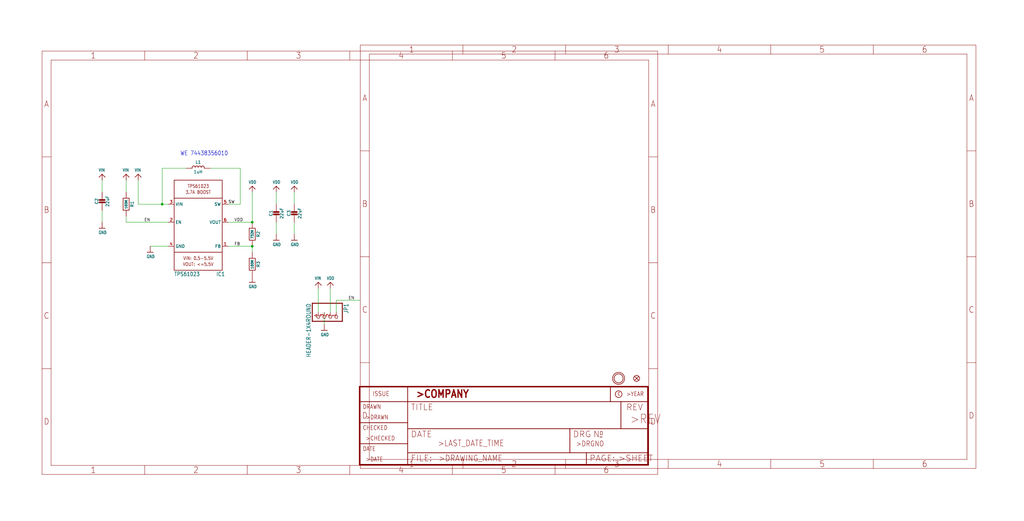
<source format=kicad_sch>
(kicad_sch (version 20211123) (generator eeschema)
  (paper "User" 433.07 220.421)
  (lib_symbols
    (symbol "schematicEagle-eagle-import:CAP_CERAMIC0805-NOOUTLINE"
      (property "Reference" "C" (at -2.29 1.25 90))
      (property "Value" "CAP_CERAMIC0805-NOOUTLINE" (at 2.3 1.25 90))
      (symbol "CAP_CERAMIC0805-NOOUTLINE_1_0"
        (rectangle (start -1.27 0.508) (end 1.27 1.016) (fill (type outline)))
        (rectangle (start -1.27 1.524) (end 1.27 2.032) (fill (type outline)))
        (polyline (pts (xy 0 0.762) (xy 0 0)) (stroke (width 0.1524)))
        (polyline (pts (xy 0 2.54) (xy 0 1.778)) (stroke (width 0.1524)))
        (pin passive line (at 0 5.08 270) (length 2.54) (name "1") (number "1"))
        (pin passive line (at 0 -2.54 90) (length 2.54) (name "2") (number "2"))
      )
    )
    (symbol "schematicEagle-eagle-import:FIDUCIAL_1MM"
      (symbol "FIDUCIAL_1MM_1_0"
        (polyline (pts (xy -0.762 0.762) (xy 0.762 -0.762)) (stroke (width 0.254)))
        (polyline (pts (xy 0.762 0.762) (xy -0.762 -0.762)) (stroke (width 0.254)))
        (circle (center 0 0) (radius 1.27) (stroke (width 0.254)))
      )
    )
    (symbol "schematicEagle-eagle-import:FRAME_A4"
      (symbol "FRAME_A4_0_0"
        (polyline (pts (xy 0 44.7675) (xy 3.81 44.7675)))
        (polyline (pts (xy 0 89.535) (xy 3.81 89.535)))
        (polyline (pts (xy 0 134.3025) (xy 3.81 134.3025)))
        (polyline (pts (xy 3.81 3.81) (xy 3.81 175.26)))
        (polyline (pts (xy 43.3917 0) (xy 43.3917 3.81)))
        (polyline (pts (xy 43.3917 175.26) (xy 43.3917 179.07)))
        (polyline (pts (xy 86.7833 0) (xy 86.7833 3.81)))
        (polyline (pts (xy 86.7833 175.26) (xy 86.7833 179.07)))
        (polyline (pts (xy 130.175 0) (xy 130.175 3.81)))
        (polyline (pts (xy 130.175 175.26) (xy 130.175 179.07)))
        (polyline (pts (xy 173.5667 0) (xy 173.5667 3.81)))
        (polyline (pts (xy 173.5667 175.26) (xy 173.5667 179.07)))
        (polyline (pts (xy 216.9583 0) (xy 216.9583 3.81)))
        (polyline (pts (xy 216.9583 175.26) (xy 216.9583 179.07)))
        (polyline (pts (xy 256.54 3.81) (xy 3.81 3.81)))
        (polyline (pts (xy 256.54 3.81) (xy 256.54 175.26)))
        (polyline (pts (xy 256.54 44.7675) (xy 260.35 44.7675)))
        (polyline (pts (xy 256.54 89.535) (xy 260.35 89.535)))
        (polyline (pts (xy 256.54 134.3025) (xy 260.35 134.3025)))
        (polyline (pts (xy 256.54 175.26) (xy 3.81 175.26)))
        (polyline (pts (xy 0 0) (xy 260.35 0) (xy 260.35 179.07) (xy 0 179.07) (xy 0 0)))
        (text "1" (at 21.6958 1.905 0) (effects (font (size 2.54 2.286))))
        (text "1" (at 21.6958 177.165 0) (effects (font (size 2.54 2.286))))
        (text "2" (at 65.0875 1.905 0) (effects (font (size 2.54 2.286))))
        (text "2" (at 65.0875 177.165 0) (effects (font (size 2.54 2.286))))
        (text "3" (at 108.4792 1.905 0) (effects (font (size 2.54 2.286))))
        (text "3" (at 108.4792 177.165 0) (effects (font (size 2.54 2.286))))
        (text "4" (at 151.8708 1.905 0) (effects (font (size 2.54 2.286))))
        (text "4" (at 151.8708 177.165 0) (effects (font (size 2.54 2.286))))
        (text "5" (at 195.2625 1.905 0) (effects (font (size 2.54 2.286))))
        (text "5" (at 195.2625 177.165 0) (effects (font (size 2.54 2.286))))
        (text "6" (at 238.6542 1.905 0) (effects (font (size 2.54 2.286))))
        (text "6" (at 238.6542 177.165 0) (effects (font (size 2.54 2.286))))
        (text "A" (at 1.905 156.6863 0) (effects (font (size 2.54 2.286))))
        (text "A" (at 258.445 156.6863 0) (effects (font (size 2.54 2.286))))
        (text "B" (at 1.905 111.9188 0) (effects (font (size 2.54 2.286))))
        (text "B" (at 258.445 111.9188 0) (effects (font (size 2.54 2.286))))
        (text "C" (at 1.905 67.1513 0) (effects (font (size 2.54 2.286))))
        (text "C" (at 258.445 67.1513 0) (effects (font (size 2.54 2.286))))
        (text "D" (at 1.905 22.3838 0) (effects (font (size 2.54 2.286))))
        (text "D" (at 258.445 22.3838 0) (effects (font (size 2.54 2.286))))
      )
      (symbol "FRAME_A4_1_0"
        (polyline (pts (xy 256.54 3.81) (xy 256.54 8.89)) (stroke (width 0.1016)))
        (polyline (pts (xy 256.54 8.89) (xy 256.54 13.97)) (stroke (width 0.1016)))
        (polyline (pts (xy 256.54 13.97) (xy 256.54 19.05)) (stroke (width 0.1016)))
        (polyline (pts (xy 256.54 19.05) (xy 256.54 36.83)) (stroke (width 0.1016)))
      )
      (symbol "FRAME_A4_2_0"
        (polyline (pts (xy -0.3048 1.5748) (xy 20.0152 1.5748)) (stroke (width 0.6096)))
        (polyline (pts (xy -0.3048 10.4648) (xy -0.3048 1.5748)) (stroke (width 0.6096)))
        (polyline (pts (xy -0.3048 10.4648) (xy 20.0152 10.4648)) (stroke (width 0.3048)))
        (polyline (pts (xy -0.3048 19.3548) (xy -0.3048 10.4648)) (stroke (width 0.6096)))
        (polyline (pts (xy -0.3048 19.3548) (xy 20.0152 19.3548)) (stroke (width 0.3048)))
        (polyline (pts (xy -0.3048 28.2448) (xy -0.3048 19.3548)) (stroke (width 0.6096)))
        (polyline (pts (xy -0.3048 28.2448) (xy 20.0152 28.2448)) (stroke (width 0.3048)))
        (polyline (pts (xy -0.3048 34.5948) (xy -0.3048 28.2448)) (stroke (width 0.6096)))
        (polyline (pts (xy 20.0152 1.5748) (xy 20.0152 6.6548)) (stroke (width 0.3048)))
        (polyline (pts (xy 20.0152 1.5748) (xy 95.5802 1.5748)) (stroke (width 0.6096)))
        (polyline (pts (xy 20.0152 6.6548) (xy 20.0152 10.4648)) (stroke (width 0.3048)))
        (polyline (pts (xy 20.0152 6.6548) (xy 88.5952 6.6548)) (stroke (width 0.3048)))
        (polyline (pts (xy 20.0152 10.4648) (xy 20.0152 16.8148)) (stroke (width 0.3048)))
        (polyline (pts (xy 20.0152 16.8148) (xy 20.0152 19.3548)) (stroke (width 0.3048)))
        (polyline (pts (xy 20.0152 19.3548) (xy 20.0152 28.2448)) (stroke (width 0.3048)))
        (polyline (pts (xy 20.0152 28.2448) (xy 20.0152 34.5948)) (stroke (width 0.3048)))
        (polyline (pts (xy 20.0152 28.2448) (xy 105.7402 28.2448)) (stroke (width 0.3048)))
        (polyline (pts (xy 20.0152 34.5948) (xy -0.3048 34.5948)) (stroke (width 0.6096)))
        (polyline (pts (xy 88.5952 6.6548) (xy 95.5802 6.6548)) (stroke (width 0.3048)))
        (polyline (pts (xy 88.5952 16.8148) (xy 20.0152 16.8148)) (stroke (width 0.3048)))
        (polyline (pts (xy 88.5952 16.8148) (xy 88.5952 6.6548)) (stroke (width 0.3048)))
        (polyline (pts (xy 95.5802 1.5748) (xy 121.6152 1.5748)) (stroke (width 0.6096)))
        (polyline (pts (xy 95.5802 6.6548) (xy 95.5802 1.5748)) (stroke (width 0.3048)))
        (polyline (pts (xy 95.5802 6.6548) (xy 121.6152 6.6548)) (stroke (width 0.3048)))
        (polyline (pts (xy 101.2952 13.3223) (xy 102.2477 13.3223)) (stroke (width 0.254)))
        (polyline (pts (xy 105.7402 28.2448) (xy 105.7402 34.5948)) (stroke (width 0.3048)))
        (polyline (pts (xy 105.7402 28.2448) (xy 110.1852 28.2448)) (stroke (width 0.3048)))
        (polyline (pts (xy 105.7402 34.5948) (xy 20.0152 34.5948)) (stroke (width 0.6096)))
        (polyline (pts (xy 110.1852 16.8148) (xy 88.5952 16.8148)) (stroke (width 0.3048)))
        (polyline (pts (xy 110.1852 28.2448) (xy 110.1852 16.8148)) (stroke (width 0.3048)))
        (polyline (pts (xy 110.1852 28.2448) (xy 121.6152 28.2448)) (stroke (width 0.3048)))
        (polyline (pts (xy 121.6152 6.6548) (xy 121.6152 1.5748)) (stroke (width 0.6096)))
        (polyline (pts (xy 121.6152 16.8148) (xy 110.1852 16.8148)) (stroke (width 0.3048)))
        (polyline (pts (xy 121.6152 16.8148) (xy 121.6152 6.6548)) (stroke (width 0.6096)))
        (polyline (pts (xy 121.6152 28.2448) (xy 121.6152 16.8148)) (stroke (width 0.6096)))
        (polyline (pts (xy 121.6152 34.5948) (xy 105.7402 34.5948)) (stroke (width 0.6096)))
        (polyline (pts (xy 121.6152 34.5948) (xy 121.6152 28.2448)) (stroke (width 0.6096)))
        (circle (center 109.2327 31.4198) (radius 1.4199) (stroke (width 0.254)))
        (text ">CHECKED" (at 2.2352 11.7348 0) (effects (font (size 1.778 1.5113)) (justify left bottom)))
        (text ">COMPANY" (at 23.349 29.6735 0) (effects (font (size 3.175 2.6987) (thickness 0.5397) bold) (justify left bottom)))
        (text ">DATE" (at 2.2352 2.8448 0) (effects (font (size 1.778 1.5113)) (justify left bottom)))
        (text ">DRAWING_NAME" (at 33.0327 2.8448 0) (effects (font (size 2.54 2.159)) (justify left bottom)))
        (text ">DRAWN" (at 2.2352 20.6248 0) (effects (font (size 1.778 1.5113)) (justify left bottom)))
        (text ">DRGNO" (at 91.1352 9.1948 0) (effects (font (size 2.1844 1.8567)) (justify left bottom)))
        (text ">LAST_DATE_TIME" (at 32.7152 9.1948 0) (effects (font (size 2.54 2.159)) (justify left bottom)))
        (text ">REV" (at 113.9952 18.7198 0) (effects (font (size 3.81 3.2385)) (justify left bottom)))
        (text ">SHEET" (at 108.9152 2.8448 0) (effects (font (size 2.54 2.54)) (justify left bottom)))
        (text ">YEAR" (at 112.4077 30.4673 0) (effects (font (size 1.778 1.5113)) (justify left bottom)))
        (text "C" (at 108.7564 30.7848 0) (effects (font (size 1.27 1.0795)) (justify left bottom)))
        (text "CHECKED" (at 0.9652 16.1798 0) (effects (font (size 1.778 1.5113)) (justify left bottom)))
        (text "DATE" (at 0.9652 7.2898 0) (effects (font (size 1.778 1.5113)) (justify left bottom)))
        (text "DATE" (at 21.2852 13.0048 0) (effects (font (size 2.54 2.54)) (justify left bottom)))
        (text "DRAWN" (at 0.9652 25.0698 0) (effects (font (size 1.778 1.5113)) (justify left bottom)))
        (text "DRG" (at 89.8652 13.0048 0) (effects (font (size 2.54 2.54)) (justify left bottom)))
        (text "FILE:" (at 21.2852 2.8448 0) (effects (font (size 2.54 2.54)) (justify left bottom)))
        (text "ISSUE" (at 5.0927 30.4673 0) (effects (font (size 1.9304 1.6408)) (justify left bottom)))
        (text "N" (at 98.4377 13.0048 0) (effects (font (size 2.54 2.54)) (justify left bottom)))
        (text "o" (at 100.9777 13.9573 0) (effects (font (size 2.1844 1.8567)) (justify left bottom)))
        (text "PAGE:" (at 96.8502 2.8448 0) (effects (font (size 2.54 2.54)) (justify left bottom)))
        (text "REV" (at 112.4077 24.4348 0) (effects (font (size 2.54 2.54)) (justify left bottom)))
        (text "TITLE" (at 21.2852 24.4348 0) (effects (font (size 2.54 2.54)) (justify left bottom)))
      )
    )
    (symbol "schematicEagle-eagle-import:GND" (power)
      (property "Value" "GND" (at -1.524 -2.54 0))
      (symbol "GND_1_0"
        (polyline (pts (xy -1.27 0) (xy 1.27 0)) (stroke (width 0.254)))
        (pin power_in line (at 0 2.54 270) (length 2.54) (name "GND") (number "1"))
      )
    )
    (symbol "schematicEagle-eagle-import:HEADER-1X4ROUND"
      (property "Reference" "JP" (at -6.35 8.255 0))
      (property "Value" "HEADER-1X4ROUND" (at -6.35 -7.62 0))
      (symbol "HEADER-1X4ROUND_1_0"
        (polyline (pts (xy -6.35 -5.08) (xy 1.27 -5.08)) (stroke (width 0.4064)))
        (polyline (pts (xy -6.35 7.62) (xy -6.35 -5.08)) (stroke (width 0.4064)))
        (polyline (pts (xy 1.27 -5.08) (xy 1.27 7.62)) (stroke (width 0.4064)))
        (polyline (pts (xy 1.27 7.62) (xy -6.35 7.62)) (stroke (width 0.4064)))
        (pin passive inverted (at -2.54 5.08 0) (length 2.54) (name "1") (number "1"))
        (pin passive inverted (at -2.54 2.54 0) (length 2.54) (name "2") (number "2"))
        (pin passive inverted (at -2.54 0 0) (length 2.54) (name "3") (number "3"))
        (pin passive inverted (at -2.54 -2.54 0) (length 2.54) (name "4") (number "4"))
      )
    )
    (symbol "schematicEagle-eagle-import:INDUCTORTDK_VLC5045"
      (property "Reference" "L" (at 0 2.54 0))
      (property "Value" "INDUCTORTDK_VLC5045" (at 0 -1.54 0))
      (symbol "INDUCTORTDK_VLC5045_1_0"
        (arc (start -1.27 0.3175) (mid -1.905 0.9524) (end -2.54 0.3175) (stroke (width 0.254)))
        (polyline (pts (xy -2.54 0.3175) (xy -2.54 0)) (stroke (width 0.254)))
        (polyline (pts (xy 2.54 0.3175) (xy 2.54 0)) (stroke (width 0.254)))
        (arc (start 0 0.3175) (mid -0.635 0.9524) (end -1.27 0.3175) (stroke (width 0.254)))
        (arc (start 1.27 0.3175) (mid 0.635 0.9524) (end 0 0.3175) (stroke (width 0.254)))
        (arc (start 2.54 0.3175) (mid 1.905 0.9524) (end 1.27 0.3175) (stroke (width 0.254)))
        (pin passive line (at -5.08 0 0) (length 2.54) (name "1") (number "P$1"))
        (pin passive line (at 5.08 0 180) (length 2.54) (name "2") (number "P$2"))
      )
    )
    (symbol "schematicEagle-eagle-import:MOUNTINGHOLE2.5"
      (symbol "MOUNTINGHOLE2.5_1_0"
        (circle (center 0 0) (radius 1.905) (stroke (width 0.254)))
        (circle (center 0 0) (radius 2.54) (stroke (width 0.254)))
      )
    )
    (symbol "schematicEagle-eagle-import:RESISTOR_0603_NOOUT"
      (property "Reference" "R" (at 0 2.54 0))
      (property "Value" "RESISTOR_0603_NOOUT" (at 0 0 0))
      (symbol "RESISTOR_0603_NOOUT_1_0"
        (polyline (pts (xy -2.54 -1.27) (xy -2.54 1.27)) (stroke (width 0.254)))
        (polyline (pts (xy -2.54 1.27) (xy 2.54 1.27)) (stroke (width 0.254)))
        (polyline (pts (xy 2.54 -1.27) (xy -2.54 -1.27)) (stroke (width 0.254)))
        (polyline (pts (xy 2.54 1.27) (xy 2.54 -1.27)) (stroke (width 0.254)))
        (pin passive line (at -5.08 0 0) (length 2.54) (name "1") (number "1"))
        (pin passive line (at 5.08 0 180) (length 2.54) (name "2") (number "2"))
      )
    )
    (symbol "schematicEagle-eagle-import:TPS61023"
      (property "Reference" "IC" (at -10.16 22.86 0))
      (property "Value" "TPS61023" (at -10.16 -20.32 0))
      (symbol "TPS61023_1_0"
        (polyline (pts (xy -10.16 -17.78) (xy 10.16 -17.78)) (stroke (width 0.254)))
        (polyline (pts (xy -10.16 -10.16) (xy -10.16 -17.78)) (stroke (width 0.254)))
        (polyline (pts (xy -10.16 -10.16) (xy -10.16 12.7)) (stroke (width 0.254)))
        (polyline (pts (xy -10.16 12.7) (xy -10.16 20.32)) (stroke (width 0.254)))
        (polyline (pts (xy -10.16 12.7) (xy 10.16 12.7)) (stroke (width 0.254)))
        (polyline (pts (xy -10.16 20.32) (xy 10.16 20.32)) (stroke (width 0.254)))
        (polyline (pts (xy 10.16 -17.78) (xy 10.16 -10.16)) (stroke (width 0.254)))
        (polyline (pts (xy 10.16 -10.16) (xy -10.16 -10.16)) (stroke (width 0.254)))
        (polyline (pts (xy 10.16 12.7) (xy 10.16 -10.16)) (stroke (width 0.254)))
        (polyline (pts (xy 10.16 20.32) (xy 10.16 12.7)) (stroke (width 0.254)))
        (text "3.7A BOOST" (at 0 15.24 0) (effects (font (size 1.4224 1.209))))
        (text "TPS61023" (at 0 17.78 0) (effects (font (size 1.4224 1.209))))
        (text "VIN: 0.5-5.5V" (at 0 -12.7 0) (effects (font (size 1.4224 1.209))))
        (text "VOUT: <=5.5V" (at 0 -15.24 0) (effects (font (size 1.4224 1.209))))
        (pin input line (at 12.7 -7.62 180) (length 2.54) (name "FB") (number "1"))
        (pin input line (at -12.7 2.54 0) (length 2.54) (name "EN") (number "2"))
        (pin power_in line (at -12.7 10.16 0) (length 2.54) (name "VIN") (number "3"))
        (pin power_in line (at -12.7 -7.62 0) (length 2.54) (name "GND") (number "4"))
        (pin input line (at 12.7 10.16 180) (length 2.54) (name "SW") (number "5"))
        (pin power_in line (at 12.7 2.54 180) (length 2.54) (name "VOUT") (number "6"))
      )
    )
    (symbol "schematicEagle-eagle-import:VDD" (power)
      (property "Value" "VDD" (at -1.524 1.016 0))
      (symbol "VDD_1_0"
        (polyline (pts (xy -1.27 -1.27) (xy 0 0)) (stroke (width 0.254)))
        (polyline (pts (xy 0 0) (xy 1.27 -1.27)) (stroke (width 0.254)))
        (pin power_in line (at 0 -2.54 90) (length 2.54) (name "VDD") (number "1"))
      )
    )
    (symbol "schematicEagle-eagle-import:VIN" (power)
      (property "Value" "VIN" (at -1.524 1.016 0))
      (symbol "VIN_1_0"
        (polyline (pts (xy -1.27 -1.27) (xy 0 0)) (stroke (width 0.254)))
        (polyline (pts (xy 0 0) (xy 1.27 -1.27)) (stroke (width 0.254)))
        (pin power_in line (at 0 -2.54 90) (length 2.54) (name "VIN") (number "1"))
      )
    )
  )
  (junction (at 106.68 104.14))
  (junction (at 68.58 86.36))
  (junction (at 106.68 93.98))
  (wire (pts (xy 142.24 132.08) (xy 142.24 127)))
  (wire (pts (xy 43.18 76.2) (xy 43.18 81.28)))
  (wire (pts (xy 106.68 93.98) (xy 96.52 93.98)))
  (wire (pts (xy 139.7 121.92) (xy 139.7 132.08)))
  (wire (pts (xy 68.58 86.36) (xy 71.12 86.36)))
  (wire (pts (xy 134.62 121.92) (xy 134.62 132.08)))
  (wire (pts (xy 68.58 86.36) (xy 68.58 71.12)))
  (wire (pts (xy 137.16 132.08) (xy 137.16 137.16)))
  (wire (pts (xy 78.74 71.12) (xy 68.58 71.12)))
  (wire (pts (xy 58.42 86.36) (xy 68.58 86.36)))
  (wire (pts (xy 53.34 81.28) (xy 53.34 76.2)))
  (wire (pts (xy 106.68 81.28) (xy 106.68 93.98)))
  (wire (pts (xy 96.52 86.36) (xy 101.6 86.36)))
  (wire (pts (xy 124.46 81.28) (xy 124.46 86.36)))
  (wire (pts (xy 43.18 88.9) (xy 43.18 93.98)))
  (wire (pts (xy 71.12 93.98) (xy 53.34 93.98)))
  (wire (pts (xy 101.6 86.36) (xy 101.6 71.12)))
  (wire (pts (xy 58.42 76.2) (xy 58.42 86.36)))
  (wire (pts (xy 152.4 127) (xy 142.24 127)))
  (wire (pts (xy 106.68 104.14) (xy 106.68 106.68)))
  (wire (pts (xy 53.34 93.98) (xy 53.34 91.44)))
  (wire (pts (xy 116.84 93.98) (xy 116.84 99.06)))
  (wire (pts (xy 101.6 71.12) (xy 88.9 71.12)))
  (wire (pts (xy 124.46 93.98) (xy 124.46 99.06)))
  (wire (pts (xy 96.52 104.14) (xy 106.68 104.14)))
  (wire (pts (xy 116.84 81.28) (xy 116.84 86.36)))
  (wire (pts (xy 71.12 104.14) (xy 63.5 104.14)))
  (text "WE 74438356010" (at 76.2 66.04 180) (effects (font (size 1.778 1.5113)) (justify left bottom)))
  (label "EN" (at 60.96 93.98 0) (effects (font (size 1.2446 1.2446))))
  (label "VDD" (at 99.06 93.98 0) (effects (font (size 1.2446 1.2446))))
  (label "SW" (at 96.52 86.36 0) (effects (font (size 1.2446 1.2446))))
  (label "FB" (at 99.06 104.14 0) (effects (font (size 1.2446 1.2446))))
  (label "EN" (at 147.32 127 0) (effects (font (size 1.2446 1.2446))))
  (symbol (lib_id "schematicEagle-eagle-import:MOUNTINGHOLE2.5") (at 261.62 160.02 0) (unit 1)
    (property "Reference" "U$9" (effects hide))
    (property "Value" "MOUNTINGHOLE2.5" (effects hide))
    (property "Footprint" "schematicEagle:MOUNTINGHOLE_2.5_PLATED" (effects hide))
  )
  (symbol (lib_id "schematicEagle-eagle-import:FRAME_A4") (at 152.4 198.12 0) (unit 2)
    (property "Reference" "#FRAME1" (effects hide))
    (property "Value" "FRAME_A4" (effects hide))
    (property "Footprint" "schematicEagle:" (effects hide))
  )
  (symbol (lib_id "schematicEagle-eagle-import:INDUCTORTDK_VLC5045") (at 83.82 71.12 0) (unit 1)
    (property "Reference" "L1" (at 83.82 68.58 0))
    (property "Value" "1uH" (at 83.82 72.66 0))
    (property "Footprint" "schematicEagle:INDUCTOR_5X5MM_TDK_VLC5045" (effects hide))
  )
  (symbol (lib_id "schematicEagle-eagle-import:CAP_CERAMIC0805-NOOUTLINE") (at 124.46 91.44 0) (unit 1)
    (property "Reference" "C3" (at 122.17 90.19 90))
    (property "Value" "22uF" (at 126.76 90.19 90))
    (property "Footprint" "schematicEagle:0805-NO" (effects hide))
  )
  (symbol (lib_id "schematicEagle-eagle-import:VIN") (at 134.62 119.38 0) (unit 1)
    (property "Reference" "#U$6" (effects hide))
    (property "Value" "VIN" (at 133.096 118.364 0) (effects (font (size 1.27 1.0795)) (justify left bottom)))
    (property "Footprint" "schematicEagle:" (effects hide))
  )
  (symbol (lib_id "schematicEagle-eagle-import:VIN") (at 58.42 73.66 0) (unit 1)
    (property "Reference" "#U$14" (effects hide))
    (property "Value" "VIN" (at 56.896 72.644 0) (effects (font (size 1.27 1.0795)) (justify left bottom)))
    (property "Footprint" "schematicEagle:" (effects hide))
  )
  (symbol (lib_id "schematicEagle-eagle-import:GND") (at 137.16 139.7 0) (unit 1)
    (property "Reference" "#U$8" (effects hide))
    (property "Value" "GND" (at 135.636 142.24 0) (effects (font (size 1.27 1.0795)) (justify left bottom)))
    (property "Footprint" "schematicEagle:" (effects hide))
  )
  (symbol (lib_id "schematicEagle-eagle-import:FRAME_A4") (at 17.78 200.66 0) (unit 1)
    (property "Reference" "#FRAME1" (effects hide))
    (property "Value" "FRAME_A4" (effects hide))
    (property "Footprint" "schematicEagle:" (effects hide))
  )
  (symbol (lib_id "schematicEagle-eagle-import:VIN") (at 53.34 73.66 0) (unit 1)
    (property "Reference" "#U$12" (effects hide))
    (property "Value" "VIN" (at 51.816 72.644 0) (effects (font (size 1.27 1.0795)) (justify left bottom)))
    (property "Footprint" "schematicEagle:" (effects hide))
  )
  (symbol (lib_id "schematicEagle-eagle-import:GND") (at 124.46 101.6 0) (unit 1)
    (property "Reference" "#U$17" (effects hide))
    (property "Value" "GND" (at 122.936 104.14 0) (effects (font (size 1.27 1.0795)) (justify left bottom)))
    (property "Footprint" "schematicEagle:" (effects hide))
  )
  (symbol (lib_id "schematicEagle-eagle-import:VDD") (at 124.46 78.74 0) (unit 1)
    (property "Reference" "#U$16" (effects hide))
    (property "Value" "VDD" (at 122.936 77.724 0) (effects (font (size 1.27 1.0795)) (justify left bottom)))
    (property "Footprint" "schematicEagle:" (effects hide))
  )
  (symbol (lib_id "schematicEagle-eagle-import:GND") (at 63.5 106.68 0) (unit 1)
    (property "Reference" "#U$13" (effects hide))
    (property "Value" "GND" (at 61.976 109.22 0) (effects (font (size 1.27 1.0795)) (justify left bottom)))
    (property "Footprint" "schematicEagle:" (effects hide))
  )
  (symbol (lib_id "schematicEagle-eagle-import:CAP_CERAMIC0805-NOOUTLINE") (at 116.84 91.44 0) (unit 1)
    (property "Reference" "C1" (at 114.55 90.19 90))
    (property "Value" "22uF" (at 119.14 90.19 90))
    (property "Footprint" "schematicEagle:0805-NO" (effects hide))
  )
  (symbol (lib_id "schematicEagle-eagle-import:HEADER-1X4ROUND") (at 137.16 134.62 270) (unit 1)
    (property "Reference" "JP1" (at 145.415 128.27 0) (effects (font (size 1.778 1.5113)) (justify left bottom)))
    (property "Value" "HEADER-1X4ROUND" (at 129.54 128.27 0) (effects (font (size 1.778 1.5113)) (justify left bottom)))
    (property "Footprint" "schematicEagle:1X04_ROUND" (effects hide))
  )
  (symbol (lib_id "schematicEagle-eagle-import:GND") (at 43.18 96.52 0) (unit 1)
    (property "Reference" "#U$3" (effects hide))
    (property "Value" "GND" (at 41.656 99.06 0) (effects (font (size 1.27 1.0795)) (justify left bottom)))
    (property "Footprint" "schematicEagle:" (effects hide))
  )
  (symbol (lib_id "schematicEagle-eagle-import:GND") (at 106.68 119.38 0) (unit 1)
    (property "Reference" "#U$5" (effects hide))
    (property "Value" "GND" (at 105.156 121.92 0) (effects (font (size 1.27 1.0795)) (justify left bottom)))
    (property "Footprint" "schematicEagle:" (effects hide))
  )
  (symbol (lib_id "schematicEagle-eagle-import:RESISTOR_0603_NOOUT") (at 106.68 99.06 270) (unit 1)
    (property "Reference" "R2" (at 109.22 99.06 0))
    (property "Value" "732K" (at 106.68 99.06 0) (effects (font (size 1.016 1.016) bold)))
    (property "Footprint" "schematicEagle:0603-NO" (effects hide))
  )
  (symbol (lib_id "schematicEagle-eagle-import:TPS61023") (at 83.82 96.52 0) (unit 1)
    (property "Reference" "IC1" (at 91.44 116.84 0) (effects (font (size 1.6764 1.4249)) (justify left bottom)))
    (property "Value" "TPS61023" (at 73.66 116.84 0) (effects (font (size 1.6764 1.4249)) (justify left bottom)))
    (property "Footprint" "schematicEagle:SOT563" (effects hide))
  )
  (symbol (lib_id "schematicEagle-eagle-import:RESISTOR_0603_NOOUT") (at 53.34 86.36 270) (unit 1)
    (property "Reference" "R1" (at 55.88 86.36 0))
    (property "Value" "100K" (at 53.34 86.36 0) (effects (font (size 1.016 1.016) bold)))
    (property "Footprint" "schematicEagle:0603-NO" (effects hide))
  )
  (symbol (lib_id "schematicEagle-eagle-import:VDD") (at 116.84 78.74 0) (unit 1)
    (property "Reference" "#U$2" (effects hide))
    (property "Value" "VDD" (at 115.316 77.724 0) (effects (font (size 1.27 1.0795)) (justify left bottom)))
    (property "Footprint" "schematicEagle:" (effects hide))
  )
  (symbol (lib_id "schematicEagle-eagle-import:RESISTOR_0603_NOOUT") (at 106.68 111.76 270) (unit 1)
    (property "Reference" "R3" (at 109.22 111.76 0))
    (property "Value" "100K" (at 106.68 111.76 0) (effects (font (size 1.016 1.016) bold)))
    (property "Footprint" "schematicEagle:0603-NO" (effects hide))
  )
  (symbol (lib_id "schematicEagle-eagle-import:VIN") (at 43.18 73.66 0) (unit 1)
    (property "Reference" "#U$4" (effects hide))
    (property "Value" "VIN" (at 41.656 72.644 0) (effects (font (size 1.27 1.0795)) (justify left bottom)))
    (property "Footprint" "schematicEagle:" (effects hide))
  )
  (symbol (lib_id "schematicEagle-eagle-import:FIDUCIAL_1MM") (at 269.24 160.02 0) (unit 1)
    (property "Reference" "FID1" (effects hide))
    (property "Value" "FIDUCIAL_1MM" (effects hide))
    (property "Footprint" "schematicEagle:FIDUCIAL_1MM" (effects hide))
  )
  (symbol (lib_id "schematicEagle-eagle-import:VDD") (at 139.7 119.38 0) (unit 1)
    (property "Reference" "#U$7" (effects hide))
    (property "Value" "VDD" (at 138.176 118.364 0) (effects (font (size 1.27 1.0795)) (justify left bottom)))
    (property "Footprint" "schematicEagle:" (effects hide))
  )
  (symbol (lib_id "schematicEagle-eagle-import:CAP_CERAMIC0805-NOOUTLINE") (at 43.18 86.36 0) (unit 1)
    (property "Reference" "C2" (at 40.89 85.11 90))
    (property "Value" "22uF" (at 45.48 85.11 90))
    (property "Footprint" "schematicEagle:0805-NO" (effects hide))
  )
  (symbol (lib_id "schematicEagle-eagle-import:VDD") (at 106.68 78.74 0) (unit 1)
    (property "Reference" "#U$15" (effects hide))
    (property "Value" "VDD" (at 105.156 77.724 0) (effects (font (size 1.27 1.0795)) (justify left bottom)))
    (property "Footprint" "schematicEagle:" (effects hide))
  )
  (symbol (lib_id "schematicEagle-eagle-import:GND") (at 116.84 101.6 0) (unit 1)
    (property "Reference" "#U$1" (effects hide))
    (property "Value" "GND" (at 115.316 104.14 0) (effects (font (size 1.27 1.0795)) (justify left bottom)))
    (property "Footprint" "schematicEagle:" (effects hide))
  )
)
</source>
